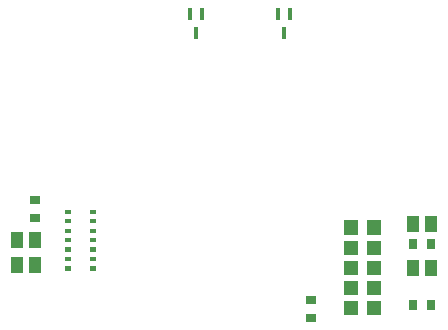
<source format=gbp>
G04 Layer_Color=128*
%FSLAX44Y44*%
%MOMM*%
G71*
G01*
G75*
%ADD10R,0.7000X0.9000*%
%ADD13R,0.9000X0.7000*%
%ADD39R,1.1000X1.4000*%
G36*
X865348Y287642D02*
X853348D01*
Y299642D01*
X865348D01*
Y287642D01*
D02*
G37*
G36*
X644000Y282250D02*
X639000D01*
Y285750D01*
X644000D01*
Y282250D01*
D02*
G37*
G36*
X622500D02*
X617500D01*
Y285750D01*
X622500D01*
Y282250D01*
D02*
G37*
G36*
X885348Y287642D02*
X873348D01*
Y299642D01*
X885348D01*
Y287642D01*
D02*
G37*
G36*
X622500Y298250D02*
X617500D01*
Y301750D01*
X622500D01*
Y298250D01*
D02*
G37*
G36*
X644000Y290250D02*
X639000D01*
Y293750D01*
X644000D01*
Y290250D01*
D02*
G37*
G36*
X622500D02*
X617500D01*
Y293750D01*
X622500D01*
Y290250D01*
D02*
G37*
G36*
X644000Y274250D02*
X639000D01*
Y277750D01*
X644000D01*
Y274250D01*
D02*
G37*
G36*
X865348Y253642D02*
X853348D01*
Y265642D01*
X865348D01*
Y253642D01*
D02*
G37*
G36*
X885348Y236642D02*
X873348D01*
Y248642D01*
X885348D01*
Y236642D01*
D02*
G37*
G36*
X865348D02*
X853348D01*
Y248642D01*
X865348D01*
Y236642D01*
D02*
G37*
G36*
X885348Y253642D02*
X873348D01*
Y265642D01*
X885348D01*
Y253642D01*
D02*
G37*
G36*
X622500Y274250D02*
X617500D01*
Y277750D01*
X622500D01*
Y274250D01*
D02*
G37*
G36*
X885348Y270642D02*
X873348D01*
Y282642D01*
X885348D01*
Y270642D01*
D02*
G37*
G36*
X865348D02*
X853348D01*
Y282642D01*
X865348D01*
Y270642D01*
D02*
G37*
G36*
X804684Y470142D02*
X801636D01*
Y480302D01*
X804684D01*
Y470142D01*
D02*
G37*
G36*
X729684D02*
X726636D01*
Y480302D01*
X729684D01*
Y470142D01*
D02*
G37*
G36*
X644000Y322250D02*
X639000D01*
Y325750D01*
X644000D01*
Y322250D01*
D02*
G37*
G36*
X724858Y486398D02*
X721302D01*
Y496558D01*
X724858D01*
Y486398D01*
D02*
G37*
G36*
X810018D02*
X806462D01*
Y496558D01*
X810018D01*
Y486398D01*
D02*
G37*
G36*
X799858D02*
X796302D01*
Y496558D01*
X799858D01*
Y486398D01*
D02*
G37*
G36*
X735018D02*
X731462D01*
Y496558D01*
X735018D01*
Y486398D01*
D02*
G37*
G36*
X622500Y322250D02*
X617500D01*
Y325750D01*
X622500D01*
Y322250D01*
D02*
G37*
G36*
X885348Y304642D02*
X873348D01*
Y316642D01*
X885348D01*
Y304642D01*
D02*
G37*
G36*
X865348D02*
X853348D01*
Y316642D01*
X865348D01*
Y304642D01*
D02*
G37*
G36*
X644000Y298250D02*
X639000D01*
Y301750D01*
X644000D01*
Y298250D01*
D02*
G37*
G36*
X622500Y306250D02*
X617500D01*
Y309750D01*
X622500D01*
Y306250D01*
D02*
G37*
G36*
X644000Y314250D02*
X639000D01*
Y317750D01*
X644000D01*
Y314250D01*
D02*
G37*
G36*
X622500D02*
X617500D01*
Y317750D01*
X622500D01*
Y314250D01*
D02*
G37*
G36*
X644000Y306250D02*
X639000D01*
Y309750D01*
X644000D01*
Y306250D01*
D02*
G37*
D10*
X927488Y296418D02*
D03*
X912488D02*
D03*
X927500Y245000D02*
D03*
X912500D02*
D03*
D13*
X825754Y234054D02*
D03*
Y249054D02*
D03*
X591820Y318636D02*
D03*
Y333636D02*
D03*
D39*
X577000Y300000D02*
D03*
X592000D02*
D03*
X577000Y279000D02*
D03*
X592000D02*
D03*
X927488Y276352D02*
D03*
X912488D02*
D03*
X927488Y313436D02*
D03*
X912488D02*
D03*
M02*

</source>
